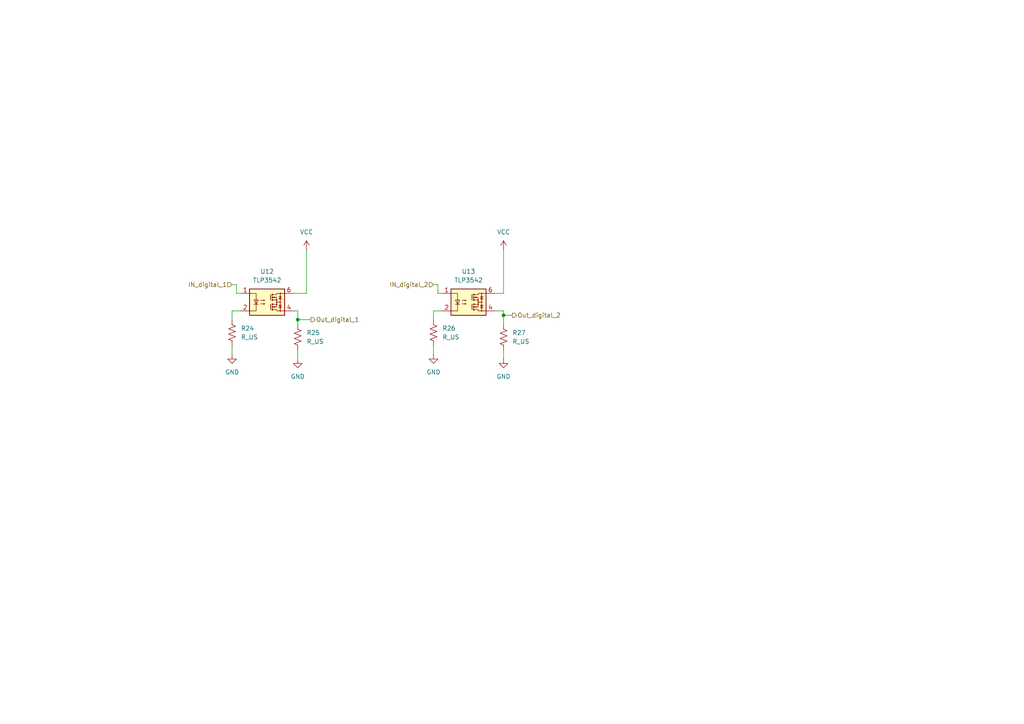
<source format=kicad_sch>
(kicad_sch
	(version 20250114)
	(generator "eeschema")
	(generator_version "9.0")
	(uuid "bc965983-ecd3-4360-b82c-6b4d211fc19c")
	(paper "A4")
	(lib_symbols
		(symbol "Device:R_US"
			(pin_numbers
				(hide yes)
			)
			(pin_names
				(offset 0)
			)
			(exclude_from_sim no)
			(in_bom yes)
			(on_board yes)
			(property "Reference" "R"
				(at 2.54 0 90)
				(effects
					(font
						(size 1.27 1.27)
					)
				)
			)
			(property "Value" "R_US"
				(at -2.54 0 90)
				(effects
					(font
						(size 1.27 1.27)
					)
				)
			)
			(property "Footprint" ""
				(at 1.016 -0.254 90)
				(effects
					(font
						(size 1.27 1.27)
					)
					(hide yes)
				)
			)
			(property "Datasheet" "~"
				(at 0 0 0)
				(effects
					(font
						(size 1.27 1.27)
					)
					(hide yes)
				)
			)
			(property "Description" "Resistor, US symbol"
				(at 0 0 0)
				(effects
					(font
						(size 1.27 1.27)
					)
					(hide yes)
				)
			)
			(property "ki_keywords" "R res resistor"
				(at 0 0 0)
				(effects
					(font
						(size 1.27 1.27)
					)
					(hide yes)
				)
			)
			(property "ki_fp_filters" "R_*"
				(at 0 0 0)
				(effects
					(font
						(size 1.27 1.27)
					)
					(hide yes)
				)
			)
			(symbol "R_US_0_1"
				(polyline
					(pts
						(xy 0 2.286) (xy 0 2.54)
					)
					(stroke
						(width 0)
						(type default)
					)
					(fill
						(type none)
					)
				)
				(polyline
					(pts
						(xy 0 2.286) (xy 1.016 1.905) (xy 0 1.524) (xy -1.016 1.143) (xy 0 0.762)
					)
					(stroke
						(width 0)
						(type default)
					)
					(fill
						(type none)
					)
				)
				(polyline
					(pts
						(xy 0 0.762) (xy 1.016 0.381) (xy 0 0) (xy -1.016 -0.381) (xy 0 -0.762)
					)
					(stroke
						(width 0)
						(type default)
					)
					(fill
						(type none)
					)
				)
				(polyline
					(pts
						(xy 0 -0.762) (xy 1.016 -1.143) (xy 0 -1.524) (xy -1.016 -1.905) (xy 0 -2.286)
					)
					(stroke
						(width 0)
						(type default)
					)
					(fill
						(type none)
					)
				)
				(polyline
					(pts
						(xy 0 -2.286) (xy 0 -2.54)
					)
					(stroke
						(width 0)
						(type default)
					)
					(fill
						(type none)
					)
				)
			)
			(symbol "R_US_1_1"
				(pin passive line
					(at 0 3.81 270)
					(length 1.27)
					(name "~"
						(effects
							(font
								(size 1.27 1.27)
							)
						)
					)
					(number "1"
						(effects
							(font
								(size 1.27 1.27)
							)
						)
					)
				)
				(pin passive line
					(at 0 -3.81 90)
					(length 1.27)
					(name "~"
						(effects
							(font
								(size 1.27 1.27)
							)
						)
					)
					(number "2"
						(effects
							(font
								(size 1.27 1.27)
							)
						)
					)
				)
			)
			(embedded_fonts no)
		)
		(symbol "Relay_SolidState:TLP3542"
			(exclude_from_sim no)
			(in_bom yes)
			(on_board yes)
			(property "Reference" "U"
				(at -3.81 5.08 0)
				(effects
					(font
						(size 1.27 1.27)
					)
				)
			)
			(property "Value" "TLP3542"
				(at -1.27 -5.08 0)
				(effects
					(font
						(size 1.27 1.27)
					)
				)
			)
			(property "Footprint" "Package_DIP:DIP-5-6_W7.62mm"
				(at 0 -7.62 0)
				(effects
					(font
						(size 1.27 1.27)
					)
					(hide yes)
				)
			)
			(property "Datasheet" "https://toshiba.semicon-storage.com/info/docget.jsp?did=1284&prodName=TLP3542"
				(at 0 0 0)
				(effects
					(font
						(size 1.27 1.27)
					)
					(hide yes)
				)
			)
			(property "Description" "Photo MOSFET optically coupled, ON 4A, 50mohm, OFF state 20V, Isolation 2500 VRMS, DIP-5-6"
				(at 0 0 0)
				(effects
					(font
						(size 1.27 1.27)
					)
					(hide yes)
				)
			)
			(property "ki_keywords" "photocouplers photorelay solidstate relay normally opened (1-Form-A)"
				(at 0 0 0)
				(effects
					(font
						(size 1.27 1.27)
					)
					(hide yes)
				)
			)
			(property "ki_fp_filters" "DIP*W7.62mm*"
				(at 0 0 0)
				(effects
					(font
						(size 1.27 1.27)
					)
					(hide yes)
				)
			)
			(symbol "TLP3542_0_1"
				(rectangle
					(start -5.08 3.81)
					(end 5.08 -3.81)
					(stroke
						(width 0.254)
						(type default)
					)
					(fill
						(type background)
					)
				)
				(polyline
					(pts
						(xy -5.08 2.54) (xy -3.175 2.54) (xy -3.175 -2.54) (xy -5.08 -2.54)
					)
					(stroke
						(width 0)
						(type default)
					)
					(fill
						(type none)
					)
				)
				(polyline
					(pts
						(xy -3.81 -0.635) (xy -2.54 -0.635)
					)
					(stroke
						(width 0)
						(type default)
					)
					(fill
						(type none)
					)
				)
				(polyline
					(pts
						(xy -3.175 -0.635) (xy -3.81 0.635) (xy -2.54 0.635) (xy -3.175 -0.635)
					)
					(stroke
						(width 0)
						(type default)
					)
					(fill
						(type none)
					)
				)
				(polyline
					(pts
						(xy -1.905 0.508) (xy -0.635 0.508) (xy -1.016 0.381) (xy -1.016 0.635) (xy -0.635 0.508)
					)
					(stroke
						(width 0)
						(type default)
					)
					(fill
						(type none)
					)
				)
				(polyline
					(pts
						(xy -1.905 -0.508) (xy -0.635 -0.508) (xy -1.016 -0.635) (xy -1.016 -0.381) (xy -0.635 -0.508)
					)
					(stroke
						(width 0)
						(type default)
					)
					(fill
						(type none)
					)
				)
				(polyline
					(pts
						(xy 1.016 2.159) (xy 1.016 0.635)
					)
					(stroke
						(width 0.2032)
						(type default)
					)
					(fill
						(type none)
					)
				)
				(polyline
					(pts
						(xy 1.016 -0.635) (xy 1.016 -2.159)
					)
					(stroke
						(width 0.2032)
						(type default)
					)
					(fill
						(type none)
					)
				)
				(polyline
					(pts
						(xy 1.524 2.286) (xy 1.524 2.032) (xy 1.524 2.032)
					)
					(stroke
						(width 0.3556)
						(type default)
					)
					(fill
						(type none)
					)
				)
				(polyline
					(pts
						(xy 1.524 1.524) (xy 1.524 1.27) (xy 1.524 1.27)
					)
					(stroke
						(width 0.3556)
						(type default)
					)
					(fill
						(type none)
					)
				)
				(polyline
					(pts
						(xy 1.524 0.762) (xy 1.524 0.508) (xy 1.524 0.508)
					)
					(stroke
						(width 0.3556)
						(type default)
					)
					(fill
						(type none)
					)
				)
				(polyline
					(pts
						(xy 1.524 -0.508) (xy 1.524 -0.762)
					)
					(stroke
						(width 0.3556)
						(type default)
					)
					(fill
						(type none)
					)
				)
				(polyline
					(pts
						(xy 1.524 -1.27) (xy 1.524 -1.524) (xy 1.524 -1.524)
					)
					(stroke
						(width 0.3556)
						(type default)
					)
					(fill
						(type none)
					)
				)
				(polyline
					(pts
						(xy 1.524 -2.032) (xy 1.524 -2.286) (xy 1.524 -2.286)
					)
					(stroke
						(width 0.3556)
						(type default)
					)
					(fill
						(type none)
					)
				)
				(polyline
					(pts
						(xy 1.651 2.159) (xy 2.794 2.159) (xy 2.794 2.54) (xy 5.08 2.54)
					)
					(stroke
						(width 0)
						(type default)
					)
					(fill
						(type none)
					)
				)
				(polyline
					(pts
						(xy 1.651 1.397) (xy 2.794 1.397) (xy 2.794 0.635)
					)
					(stroke
						(width 0)
						(type default)
					)
					(fill
						(type none)
					)
				)
				(polyline
					(pts
						(xy 1.651 -0.635) (xy 2.794 -0.635) (xy 2.794 0.635) (xy 1.651 0.635)
					)
					(stroke
						(width 0)
						(type default)
					)
					(fill
						(type none)
					)
				)
				(polyline
					(pts
						(xy 1.651 -1.397) (xy 2.794 -1.397) (xy 2.794 -0.635)
					)
					(stroke
						(width 0)
						(type default)
					)
					(fill
						(type none)
					)
				)
				(polyline
					(pts
						(xy 1.651 -2.159) (xy 2.794 -2.159) (xy 2.794 -2.54) (xy 5.08 -2.54)
					)
					(stroke
						(width 0)
						(type default)
					)
					(fill
						(type none)
					)
				)
				(polyline
					(pts
						(xy 1.778 1.397) (xy 2.286 1.524) (xy 2.286 1.27) (xy 1.778 1.397)
					)
					(stroke
						(width 0)
						(type default)
					)
					(fill
						(type none)
					)
				)
				(polyline
					(pts
						(xy 1.778 -1.397) (xy 2.286 -1.27) (xy 2.286 -1.524) (xy 1.778 -1.397)
					)
					(stroke
						(width 0)
						(type default)
					)
					(fill
						(type none)
					)
				)
				(circle
					(center 2.794 0.635)
					(radius 0.127)
					(stroke
						(width 0)
						(type default)
					)
					(fill
						(type none)
					)
				)
				(polyline
					(pts
						(xy 2.794 0) (xy 3.81 0)
					)
					(stroke
						(width 0)
						(type default)
					)
					(fill
						(type none)
					)
				)
				(circle
					(center 2.794 0)
					(radius 0.127)
					(stroke
						(width 0)
						(type default)
					)
					(fill
						(type none)
					)
				)
				(circle
					(center 2.794 -0.635)
					(radius 0.127)
					(stroke
						(width 0)
						(type default)
					)
					(fill
						(type none)
					)
				)
				(polyline
					(pts
						(xy 3.429 1.651) (xy 4.191 1.651)
					)
					(stroke
						(width 0)
						(type default)
					)
					(fill
						(type none)
					)
				)
				(polyline
					(pts
						(xy 3.429 -1.651) (xy 4.191 -1.651)
					)
					(stroke
						(width 0)
						(type default)
					)
					(fill
						(type none)
					)
				)
				(circle
					(center 3.81 2.54)
					(radius 0.127)
					(stroke
						(width 0)
						(type default)
					)
					(fill
						(type none)
					)
				)
				(polyline
					(pts
						(xy 3.81 1.651) (xy 3.429 0.889) (xy 4.191 0.889) (xy 3.81 1.651)
					)
					(stroke
						(width 0)
						(type default)
					)
					(fill
						(type none)
					)
				)
				(circle
					(center 3.81 0)
					(radius 0.127)
					(stroke
						(width 0)
						(type default)
					)
					(fill
						(type none)
					)
				)
				(polyline
					(pts
						(xy 3.81 -1.651) (xy 3.429 -0.889) (xy 4.191 -0.889) (xy 3.81 -1.651)
					)
					(stroke
						(width 0)
						(type default)
					)
					(fill
						(type none)
					)
				)
				(polyline
					(pts
						(xy 3.81 -2.54) (xy 3.81 2.54)
					)
					(stroke
						(width 0)
						(type default)
					)
					(fill
						(type none)
					)
				)
				(circle
					(center 3.81 -2.54)
					(radius 0.127)
					(stroke
						(width 0)
						(type default)
					)
					(fill
						(type none)
					)
				)
			)
			(symbol "TLP3542_1_1"
				(pin passive line
					(at -7.62 2.54 0)
					(length 2.54)
					(name "~"
						(effects
							(font
								(size 1.27 1.27)
							)
						)
					)
					(number "1"
						(effects
							(font
								(size 1.27 1.27)
							)
						)
					)
				)
				(pin passive line
					(at -7.62 -2.54 0)
					(length 2.54)
					(name "~"
						(effects
							(font
								(size 1.27 1.27)
							)
						)
					)
					(number "2"
						(effects
							(font
								(size 1.27 1.27)
							)
						)
					)
				)
				(pin no_connect line
					(at -5.08 0 0)
					(length 2.54)
					(hide yes)
					(name "~"
						(effects
							(font
								(size 1.27 1.27)
							)
						)
					)
					(number "3"
						(effects
							(font
								(size 1.27 1.27)
							)
						)
					)
				)
				(pin passive line
					(at 7.62 2.54 180)
					(length 2.54)
					(name "~"
						(effects
							(font
								(size 1.27 1.27)
							)
						)
					)
					(number "6"
						(effects
							(font
								(size 1.27 1.27)
							)
						)
					)
				)
				(pin passive line
					(at 7.62 -2.54 180)
					(length 2.54)
					(name "~"
						(effects
							(font
								(size 1.27 1.27)
							)
						)
					)
					(number "4"
						(effects
							(font
								(size 1.27 1.27)
							)
						)
					)
				)
			)
			(embedded_fonts no)
		)
		(symbol "power:GND"
			(power)
			(pin_numbers
				(hide yes)
			)
			(pin_names
				(offset 0)
				(hide yes)
			)
			(exclude_from_sim no)
			(in_bom yes)
			(on_board yes)
			(property "Reference" "#PWR"
				(at 0 -6.35 0)
				(effects
					(font
						(size 1.27 1.27)
					)
					(hide yes)
				)
			)
			(property "Value" "GND"
				(at 0 -3.81 0)
				(effects
					(font
						(size 1.27 1.27)
					)
				)
			)
			(property "Footprint" ""
				(at 0 0 0)
				(effects
					(font
						(size 1.27 1.27)
					)
					(hide yes)
				)
			)
			(property "Datasheet" ""
				(at 0 0 0)
				(effects
					(font
						(size 1.27 1.27)
					)
					(hide yes)
				)
			)
			(property "Description" "Power symbol creates a global label with name \"GND\" , ground"
				(at 0 0 0)
				(effects
					(font
						(size 1.27 1.27)
					)
					(hide yes)
				)
			)
			(property "ki_keywords" "global power"
				(at 0 0 0)
				(effects
					(font
						(size 1.27 1.27)
					)
					(hide yes)
				)
			)
			(symbol "GND_0_1"
				(polyline
					(pts
						(xy 0 0) (xy 0 -1.27) (xy 1.27 -1.27) (xy 0 -2.54) (xy -1.27 -1.27) (xy 0 -1.27)
					)
					(stroke
						(width 0)
						(type default)
					)
					(fill
						(type none)
					)
				)
			)
			(symbol "GND_1_1"
				(pin power_in line
					(at 0 0 270)
					(length 0)
					(name "~"
						(effects
							(font
								(size 1.27 1.27)
							)
						)
					)
					(number "1"
						(effects
							(font
								(size 1.27 1.27)
							)
						)
					)
				)
			)
			(embedded_fonts no)
		)
		(symbol "power:VCC"
			(power)
			(pin_numbers
				(hide yes)
			)
			(pin_names
				(offset 0)
				(hide yes)
			)
			(exclude_from_sim no)
			(in_bom yes)
			(on_board yes)
			(property "Reference" "#PWR"
				(at 0 -3.81 0)
				(effects
					(font
						(size 1.27 1.27)
					)
					(hide yes)
				)
			)
			(property "Value" "VCC"
				(at 0 3.556 0)
				(effects
					(font
						(size 1.27 1.27)
					)
				)
			)
			(property "Footprint" ""
				(at 0 0 0)
				(effects
					(font
						(size 1.27 1.27)
					)
					(hide yes)
				)
			)
			(property "Datasheet" ""
				(at 0 0 0)
				(effects
					(font
						(size 1.27 1.27)
					)
					(hide yes)
				)
			)
			(property "Description" "Power symbol creates a global label with name \"VCC\""
				(at 0 0 0)
				(effects
					(font
						(size 1.27 1.27)
					)
					(hide yes)
				)
			)
			(property "ki_keywords" "global power"
				(at 0 0 0)
				(effects
					(font
						(size 1.27 1.27)
					)
					(hide yes)
				)
			)
			(symbol "VCC_0_1"
				(polyline
					(pts
						(xy -0.762 1.27) (xy 0 2.54)
					)
					(stroke
						(width 0)
						(type default)
					)
					(fill
						(type none)
					)
				)
				(polyline
					(pts
						(xy 0 2.54) (xy 0.762 1.27)
					)
					(stroke
						(width 0)
						(type default)
					)
					(fill
						(type none)
					)
				)
				(polyline
					(pts
						(xy 0 0) (xy 0 2.54)
					)
					(stroke
						(width 0)
						(type default)
					)
					(fill
						(type none)
					)
				)
			)
			(symbol "VCC_1_1"
				(pin power_in line
					(at 0 0 90)
					(length 0)
					(name "~"
						(effects
							(font
								(size 1.27 1.27)
							)
						)
					)
					(number "1"
						(effects
							(font
								(size 1.27 1.27)
							)
						)
					)
				)
			)
			(embedded_fonts no)
		)
	)
	(junction
		(at 146.05 91.44)
		(diameter 0)
		(color 0 0 0 0)
		(uuid "91f25a4d-1d5f-45f9-9dde-232fd1b303df")
	)
	(junction
		(at 86.36 92.71)
		(diameter 0)
		(color 0 0 0 0)
		(uuid "efcc1aac-a562-4853-ab88-6fbd3e980274")
	)
	(wire
		(pts
			(xy 68.58 85.09) (xy 68.58 82.55)
		)
		(stroke
			(width 0)
			(type default)
		)
		(uuid "02ca302a-d54c-42d7-86bd-d90cd6f9efd6")
	)
	(wire
		(pts
			(xy 69.85 90.17) (xy 67.31 90.17)
		)
		(stroke
			(width 0)
			(type default)
		)
		(uuid "039e583a-4ffa-4d0f-b698-b3cd295bdabb")
	)
	(wire
		(pts
			(xy 67.31 90.17) (xy 67.31 92.71)
		)
		(stroke
			(width 0)
			(type default)
		)
		(uuid "0bd21abf-4ad8-4b23-84b8-1b6d66dd344a")
	)
	(wire
		(pts
			(xy 127 85.09) (xy 128.27 85.09)
		)
		(stroke
			(width 0)
			(type default)
		)
		(uuid "0dbf4d0b-74ba-4b6b-aa6f-3fef2f4b3d2d")
	)
	(wire
		(pts
			(xy 146.05 91.44) (xy 148.59 91.44)
		)
		(stroke
			(width 0)
			(type default)
		)
		(uuid "1b515552-3999-44e7-bf60-47fbce9b0333")
	)
	(wire
		(pts
			(xy 146.05 101.6) (xy 146.05 104.14)
		)
		(stroke
			(width 0)
			(type default)
		)
		(uuid "1b546afb-afd9-418b-bbb9-46cc57c9ba4c")
	)
	(wire
		(pts
			(xy 86.36 90.17) (xy 85.09 90.17)
		)
		(stroke
			(width 0)
			(type default)
		)
		(uuid "2f9ff5d3-8a04-4d59-8105-21c33453a184")
	)
	(wire
		(pts
			(xy 127 82.55) (xy 125.73 82.55)
		)
		(stroke
			(width 0)
			(type default)
		)
		(uuid "31ee3315-95f6-4edd-b909-82362189a092")
	)
	(wire
		(pts
			(xy 143.51 85.09) (xy 146.05 85.09)
		)
		(stroke
			(width 0)
			(type default)
		)
		(uuid "3868db55-4101-4323-98b9-b5ba62543bae")
	)
	(wire
		(pts
			(xy 146.05 91.44) (xy 146.05 93.98)
		)
		(stroke
			(width 0)
			(type default)
		)
		(uuid "39007a92-9e8e-4ac9-ab56-d5af4713787a")
	)
	(wire
		(pts
			(xy 90.17 92.71) (xy 86.36 92.71)
		)
		(stroke
			(width 0)
			(type default)
		)
		(uuid "3a1281e6-a523-4913-9f01-c6639d13d188")
	)
	(wire
		(pts
			(xy 68.58 85.09) (xy 69.85 85.09)
		)
		(stroke
			(width 0)
			(type default)
		)
		(uuid "4039276a-7739-43e3-a9e3-134c49c8c693")
	)
	(wire
		(pts
			(xy 67.31 100.33) (xy 67.31 102.87)
		)
		(stroke
			(width 0)
			(type default)
		)
		(uuid "4eeaa5f6-3547-4eb3-8404-9187a48a8b81")
	)
	(wire
		(pts
			(xy 127 85.09) (xy 127 82.55)
		)
		(stroke
			(width 0)
			(type default)
		)
		(uuid "5b6e3307-0e70-4685-b153-9c8205ac7977")
	)
	(wire
		(pts
			(xy 68.58 82.55) (xy 67.31 82.55)
		)
		(stroke
			(width 0)
			(type default)
		)
		(uuid "5fe17041-90a7-4bd1-8658-4f3566852975")
	)
	(wire
		(pts
			(xy 86.36 92.71) (xy 86.36 93.98)
		)
		(stroke
			(width 0)
			(type default)
		)
		(uuid "623601a4-f2ef-4afb-a6be-052ccaa2dd4d")
	)
	(wire
		(pts
			(xy 88.9 72.39) (xy 88.9 85.09)
		)
		(stroke
			(width 0)
			(type default)
		)
		(uuid "972615e1-f9ed-482d-9b08-87bb1beffc12")
	)
	(wire
		(pts
			(xy 88.9 85.09) (xy 85.09 85.09)
		)
		(stroke
			(width 0)
			(type default)
		)
		(uuid "98cc917f-8ff8-461f-a64a-b2e882eb0683")
	)
	(wire
		(pts
			(xy 146.05 85.09) (xy 146.05 72.39)
		)
		(stroke
			(width 0)
			(type default)
		)
		(uuid "bc92c04a-cae6-41bc-a041-85999cbf8dc3")
	)
	(wire
		(pts
			(xy 146.05 90.17) (xy 143.51 90.17)
		)
		(stroke
			(width 0)
			(type default)
		)
		(uuid "cbd3117b-4aa0-4dd1-a9f9-2ece54239283")
	)
	(wire
		(pts
			(xy 146.05 90.17) (xy 146.05 91.44)
		)
		(stroke
			(width 0)
			(type default)
		)
		(uuid "cc621a0f-e04f-4009-8d1b-f836b6e211c1")
	)
	(wire
		(pts
			(xy 86.36 92.71) (xy 86.36 90.17)
		)
		(stroke
			(width 0)
			(type default)
		)
		(uuid "d38c2879-4e99-4b89-9917-af06a5dba29f")
	)
	(wire
		(pts
			(xy 128.27 90.17) (xy 125.73 90.17)
		)
		(stroke
			(width 0)
			(type default)
		)
		(uuid "e93ca5bc-9aef-45cb-9145-38a791412c13")
	)
	(wire
		(pts
			(xy 125.73 100.33) (xy 125.73 102.87)
		)
		(stroke
			(width 0)
			(type default)
		)
		(uuid "eb876fe5-3232-4494-80b2-9a8c5989a48c")
	)
	(wire
		(pts
			(xy 86.36 101.6) (xy 86.36 104.14)
		)
		(stroke
			(width 0)
			(type default)
		)
		(uuid "f0e00c6c-b416-4cd9-a443-4a57747c266c")
	)
	(wire
		(pts
			(xy 125.73 90.17) (xy 125.73 92.71)
		)
		(stroke
			(width 0)
			(type default)
		)
		(uuid "fbaa9e83-4a03-41ea-b27f-93b842e747d9")
	)
	(hierarchical_label "IN_digital_2"
		(shape input)
		(at 125.73 82.55 180)
		(effects
			(font
				(size 1.27 1.27)
			)
			(justify right)
		)
		(uuid "06dfb357-110e-42fc-996f-4476e905cdbf")
	)
	(hierarchical_label "IN_digital_1"
		(shape input)
		(at 67.31 82.55 180)
		(effects
			(font
				(size 1.27 1.27)
			)
			(justify right)
		)
		(uuid "489be755-8bd2-49a7-8ae1-63cae46890f5")
	)
	(hierarchical_label "Out_digital_2"
		(shape output)
		(at 148.59 91.44 0)
		(effects
			(font
				(size 1.27 1.27)
			)
			(justify left)
		)
		(uuid "5a2e8881-c3e4-465f-b6e2-efe83f9a4ceb")
	)
	(hierarchical_label "Out_digital_1"
		(shape output)
		(at 90.17 92.71 0)
		(effects
			(font
				(size 1.27 1.27)
			)
			(justify left)
		)
		(uuid "6b190943-5f8f-4f98-8266-17a064e7669e")
	)
	(symbol
		(lib_id "Device:R_US")
		(at 125.73 96.52 0)
		(unit 1)
		(exclude_from_sim no)
		(in_bom yes)
		(on_board yes)
		(dnp no)
		(fields_autoplaced yes)
		(uuid "12fff364-49bf-4372-aa99-1cec9a38eee6")
		(property "Reference" "R26"
			(at 128.27 95.2499 0)
			(effects
				(font
					(size 1.27 1.27)
				)
				(justify left)
			)
		)
		(property "Value" "R_US"
			(at 128.27 97.7899 0)
			(effects
				(font
					(size 1.27 1.27)
				)
				(justify left)
			)
		)
		(property "Footprint" "Resistor_SMD:R_0603_1608Metric"
			(at 126.746 96.774 90)
			(effects
				(font
					(size 1.27 1.27)
				)
				(hide yes)
			)
		)
		(property "Datasheet" "~"
			(at 125.73 96.52 0)
			(effects
				(font
					(size 1.27 1.27)
				)
				(hide yes)
			)
		)
		(property "Description" "Resistor, US symbol"
			(at 125.73 96.52 0)
			(effects
				(font
					(size 1.27 1.27)
				)
				(hide yes)
			)
		)
		(pin "2"
			(uuid "fa9d382e-6f7a-49a1-87df-d2140472815d")
		)
		(pin "1"
			(uuid "bee08bc2-a376-48ca-afb7-90aaec185823")
		)
		(instances
			(project "ZorionX-Nivara"
				(path "/ae5c9891-8291-492e-8a61-8ac340267b67/d47eca49-96e4-4138-8979-47bb60019f67/3d176eaa-3676-41d3-89f3-29854437171e"
					(reference "R26")
					(unit 1)
				)
			)
		)
	)
	(symbol
		(lib_id "Device:R_US")
		(at 86.36 97.79 0)
		(unit 1)
		(exclude_from_sim no)
		(in_bom yes)
		(on_board yes)
		(dnp no)
		(fields_autoplaced yes)
		(uuid "3280a795-fd13-4c6a-b8af-fc7773546d7e")
		(property "Reference" "R25"
			(at 88.9 96.5199 0)
			(effects
				(font
					(size 1.27 1.27)
				)
				(justify left)
			)
		)
		(property "Value" "R_US"
			(at 88.9 99.0599 0)
			(effects
				(font
					(size 1.27 1.27)
				)
				(justify left)
			)
		)
		(property "Footprint" "Resistor_SMD:R_0603_1608Metric"
			(at 87.376 98.044 90)
			(effects
				(font
					(size 1.27 1.27)
				)
				(hide yes)
			)
		)
		(property "Datasheet" "~"
			(at 86.36 97.79 0)
			(effects
				(font
					(size 1.27 1.27)
				)
				(hide yes)
			)
		)
		(property "Description" "Resistor, US symbol"
			(at 86.36 97.79 0)
			(effects
				(font
					(size 1.27 1.27)
				)
				(hide yes)
			)
		)
		(pin "2"
			(uuid "bb412d9c-7e09-4247-b8e8-7fa913ba59df")
		)
		(pin "1"
			(uuid "35ce4a49-ee6a-4c23-8298-871866c4a578")
		)
		(instances
			(project "ZorionX-Nivara"
				(path "/ae5c9891-8291-492e-8a61-8ac340267b67/d47eca49-96e4-4138-8979-47bb60019f67/3d176eaa-3676-41d3-89f3-29854437171e"
					(reference "R25")
					(unit 1)
				)
			)
		)
	)
	(symbol
		(lib_id "Relay_SolidState:TLP3542")
		(at 135.89 87.63 0)
		(unit 1)
		(exclude_from_sim no)
		(in_bom yes)
		(on_board yes)
		(dnp no)
		(fields_autoplaced yes)
		(uuid "4a6580ac-eeea-47bc-bcf3-69e28b87d8f8")
		(property "Reference" "U13"
			(at 135.89 78.74 0)
			(effects
				(font
					(size 1.27 1.27)
				)
			)
		)
		(property "Value" "TLP3542"
			(at 135.89 81.28 0)
			(effects
				(font
					(size 1.27 1.27)
				)
			)
		)
		(property "Footprint" "Package_SO:SOP-4_3.8x4.1mm_P2.54mm"
			(at 135.89 95.25 0)
			(effects
				(font
					(size 1.27 1.27)
				)
				(hide yes)
			)
		)
		(property "Datasheet" "https://toshiba.semicon-storage.com/info/docget.jsp?did=1284&prodName=TLP3542"
			(at 135.89 87.63 0)
			(effects
				(font
					(size 1.27 1.27)
				)
				(hide yes)
			)
		)
		(property "Description" "Photo MOSFET optically coupled, ON 4A, 50mohm, OFF state 20V, Isolation 2500 VRMS, DIP-5-6"
			(at 135.89 87.63 0)
			(effects
				(font
					(size 1.27 1.27)
				)
				(hide yes)
			)
		)
		(pin "3"
			(uuid "82f870f3-abc4-42ed-8a58-8dbc24723cc6")
		)
		(pin "2"
			(uuid "49fecb79-2db1-42bf-906b-bed242d7dca8")
		)
		(pin "4"
			(uuid "9903f68f-3731-4063-83f2-f7971d358e3d")
		)
		(pin "6"
			(uuid "52e47aeb-0797-4037-ad05-b5366f65ff36")
		)
		(pin "1"
			(uuid "34bf11a6-ef5b-470b-bbe0-57fb84ca089e")
		)
		(instances
			(project "ZorionX-Nivara"
				(path "/ae5c9891-8291-492e-8a61-8ac340267b67/d47eca49-96e4-4138-8979-47bb60019f67/3d176eaa-3676-41d3-89f3-29854437171e"
					(reference "U13")
					(unit 1)
				)
			)
		)
	)
	(symbol
		(lib_id "Relay_SolidState:TLP3542")
		(at 77.47 87.63 0)
		(unit 1)
		(exclude_from_sim no)
		(in_bom yes)
		(on_board yes)
		(dnp no)
		(fields_autoplaced yes)
		(uuid "51632b34-78e1-40e2-86dc-072090bffcdf")
		(property "Reference" "U12"
			(at 77.47 78.74 0)
			(effects
				(font
					(size 1.27 1.27)
				)
			)
		)
		(property "Value" "TLP3542"
			(at 77.47 81.28 0)
			(effects
				(font
					(size 1.27 1.27)
				)
			)
		)
		(property "Footprint" "Package_SO:SOP-4_3.8x4.1mm_P2.54mm"
			(at 77.47 95.25 0)
			(effects
				(font
					(size 1.27 1.27)
				)
				(hide yes)
			)
		)
		(property "Datasheet" "https://toshiba.semicon-storage.com/info/docget.jsp?did=1284&prodName=TLP3542"
			(at 77.47 87.63 0)
			(effects
				(font
					(size 1.27 1.27)
				)
				(hide yes)
			)
		)
		(property "Description" "Photo MOSFET optically coupled, ON 4A, 50mohm, OFF state 20V, Isolation 2500 VRMS, DIP-5-6"
			(at 77.47 87.63 0)
			(effects
				(font
					(size 1.27 1.27)
				)
				(hide yes)
			)
		)
		(pin "3"
			(uuid "3d59c9ce-2f4a-4132-bb62-07bc7efaa25f")
		)
		(pin "2"
			(uuid "02c75011-efbe-4e78-9093-31b305450cfe")
		)
		(pin "4"
			(uuid "07a92d8f-c521-4f5c-a724-65540d0ad4da")
		)
		(pin "6"
			(uuid "b9f50c62-1e69-4da9-afb3-900f4bb903d8")
		)
		(pin "1"
			(uuid "1c45cc4e-0a85-4427-9d4b-67d27480bf6e")
		)
		(instances
			(project "ZorionX-Nivara"
				(path "/ae5c9891-8291-492e-8a61-8ac340267b67/d47eca49-96e4-4138-8979-47bb60019f67/3d176eaa-3676-41d3-89f3-29854437171e"
					(reference "U12")
					(unit 1)
				)
			)
		)
	)
	(symbol
		(lib_id "Device:R_US")
		(at 146.05 97.79 0)
		(unit 1)
		(exclude_from_sim no)
		(in_bom yes)
		(on_board yes)
		(dnp no)
		(fields_autoplaced yes)
		(uuid "6e8a5c97-fed4-435b-8c6f-70304971b77b")
		(property "Reference" "R27"
			(at 148.59 96.5199 0)
			(effects
				(font
					(size 1.27 1.27)
				)
				(justify left)
			)
		)
		(property "Value" "R_US"
			(at 148.59 99.0599 0)
			(effects
				(font
					(size 1.27 1.27)
				)
				(justify left)
			)
		)
		(property "Footprint" "Resistor_SMD:R_0603_1608Metric"
			(at 147.066 98.044 90)
			(effects
				(font
					(size 1.27 1.27)
				)
				(hide yes)
			)
		)
		(property "Datasheet" "~"
			(at 146.05 97.79 0)
			(effects
				(font
					(size 1.27 1.27)
				)
				(hide yes)
			)
		)
		(property "Description" "Resistor, US symbol"
			(at 146.05 97.79 0)
			(effects
				(font
					(size 1.27 1.27)
				)
				(hide yes)
			)
		)
		(pin "2"
			(uuid "e419a9ff-f3ff-4de2-b0cc-6256052b7c66")
		)
		(pin "1"
			(uuid "f26281e7-3cf8-4fa0-aa2a-bea4122d60df")
		)
		(instances
			(project "ZorionX-Nivara"
				(path "/ae5c9891-8291-492e-8a61-8ac340267b67/d47eca49-96e4-4138-8979-47bb60019f67/3d176eaa-3676-41d3-89f3-29854437171e"
					(reference "R27")
					(unit 1)
				)
			)
		)
	)
	(symbol
		(lib_id "power:GND")
		(at 86.36 104.14 0)
		(unit 1)
		(exclude_from_sim no)
		(in_bom yes)
		(on_board yes)
		(dnp no)
		(fields_autoplaced yes)
		(uuid "7fd340c6-e177-44de-8f50-45445c522e25")
		(property "Reference" "#PWR049"
			(at 86.36 110.49 0)
			(effects
				(font
					(size 1.27 1.27)
				)
				(hide yes)
			)
		)
		(property "Value" "GND"
			(at 86.36 109.22 0)
			(effects
				(font
					(size 1.27 1.27)
				)
			)
		)
		(property "Footprint" ""
			(at 86.36 104.14 0)
			(effects
				(font
					(size 1.27 1.27)
				)
				(hide yes)
			)
		)
		(property "Datasheet" ""
			(at 86.36 104.14 0)
			(effects
				(font
					(size 1.27 1.27)
				)
				(hide yes)
			)
		)
		(property "Description" "Power symbol creates a global label with name \"GND\" , ground"
			(at 86.36 104.14 0)
			(effects
				(font
					(size 1.27 1.27)
				)
				(hide yes)
			)
		)
		(pin "1"
			(uuid "88db2115-300c-4a98-ae12-d14f0ce7be9e")
		)
		(instances
			(project "ZorionX-Nivara"
				(path "/ae5c9891-8291-492e-8a61-8ac340267b67/d47eca49-96e4-4138-8979-47bb60019f67/3d176eaa-3676-41d3-89f3-29854437171e"
					(reference "#PWR049")
					(unit 1)
				)
			)
		)
	)
	(symbol
		(lib_id "power:GND")
		(at 67.31 102.87 0)
		(unit 1)
		(exclude_from_sim no)
		(in_bom yes)
		(on_board yes)
		(dnp no)
		(fields_autoplaced yes)
		(uuid "90651925-5e7c-400a-9127-651f748e5ea1")
		(property "Reference" "#PWR048"
			(at 67.31 109.22 0)
			(effects
				(font
					(size 1.27 1.27)
				)
				(hide yes)
			)
		)
		(property "Value" "GND"
			(at 67.31 107.95 0)
			(effects
				(font
					(size 1.27 1.27)
				)
			)
		)
		(property "Footprint" ""
			(at 67.31 102.87 0)
			(effects
				(font
					(size 1.27 1.27)
				)
				(hide yes)
			)
		)
		(property "Datasheet" ""
			(at 67.31 102.87 0)
			(effects
				(font
					(size 1.27 1.27)
				)
				(hide yes)
			)
		)
		(property "Description" "Power symbol creates a global label with name \"GND\" , ground"
			(at 67.31 102.87 0)
			(effects
				(font
					(size 1.27 1.27)
				)
				(hide yes)
			)
		)
		(pin "1"
			(uuid "db0bde06-744a-4656-9fe0-0df484ea8e8c")
		)
		(instances
			(project "ZorionX-Nivara"
				(path "/ae5c9891-8291-492e-8a61-8ac340267b67/d47eca49-96e4-4138-8979-47bb60019f67/3d176eaa-3676-41d3-89f3-29854437171e"
					(reference "#PWR048")
					(unit 1)
				)
			)
		)
	)
	(symbol
		(lib_id "power:VCC")
		(at 146.05 72.39 0)
		(unit 1)
		(exclude_from_sim no)
		(in_bom yes)
		(on_board yes)
		(dnp no)
		(fields_autoplaced yes)
		(uuid "9541b269-ebdf-4552-8547-28fec76db281")
		(property "Reference" "#PWR052"
			(at 146.05 76.2 0)
			(effects
				(font
					(size 1.27 1.27)
				)
				(hide yes)
			)
		)
		(property "Value" "VCC"
			(at 146.05 67.31 0)
			(effects
				(font
					(size 1.27 1.27)
				)
			)
		)
		(property "Footprint" ""
			(at 146.05 72.39 0)
			(effects
				(font
					(size 1.27 1.27)
				)
				(hide yes)
			)
		)
		(property "Datasheet" ""
			(at 146.05 72.39 0)
			(effects
				(font
					(size 1.27 1.27)
				)
				(hide yes)
			)
		)
		(property "Description" "Power symbol creates a global label with name \"VCC\""
			(at 146.05 72.39 0)
			(effects
				(font
					(size 1.27 1.27)
				)
				(hide yes)
			)
		)
		(pin "1"
			(uuid "686595ad-1464-4566-8118-c5c2074791d5")
		)
		(instances
			(project "ZorionX-Nivara"
				(path "/ae5c9891-8291-492e-8a61-8ac340267b67/d47eca49-96e4-4138-8979-47bb60019f67/3d176eaa-3676-41d3-89f3-29854437171e"
					(reference "#PWR052")
					(unit 1)
				)
			)
		)
	)
	(symbol
		(lib_id "power:GND")
		(at 146.05 104.14 0)
		(unit 1)
		(exclude_from_sim no)
		(in_bom yes)
		(on_board yes)
		(dnp no)
		(fields_autoplaced yes)
		(uuid "df98437a-2796-4455-a963-63190950046e")
		(property "Reference" "#PWR053"
			(at 146.05 110.49 0)
			(effects
				(font
					(size 1.27 1.27)
				)
				(hide yes)
			)
		)
		(property "Value" "GND"
			(at 146.05 109.22 0)
			(effects
				(font
					(size 1.27 1.27)
				)
			)
		)
		(property "Footprint" ""
			(at 146.05 104.14 0)
			(effects
				(font
					(size 1.27 1.27)
				)
				(hide yes)
			)
		)
		(property "Datasheet" ""
			(at 146.05 104.14 0)
			(effects
				(font
					(size 1.27 1.27)
				)
				(hide yes)
			)
		)
		(property "Description" "Power symbol creates a global label with name \"GND\" , ground"
			(at 146.05 104.14 0)
			(effects
				(font
					(size 1.27 1.27)
				)
				(hide yes)
			)
		)
		(pin "1"
			(uuid "c937cca2-21e0-45ec-a615-5240d6ea445b")
		)
		(instances
			(project "ZorionX-Nivara"
				(path "/ae5c9891-8291-492e-8a61-8ac340267b67/d47eca49-96e4-4138-8979-47bb60019f67/3d176eaa-3676-41d3-89f3-29854437171e"
					(reference "#PWR053")
					(unit 1)
				)
			)
		)
	)
	(symbol
		(lib_id "Device:R_US")
		(at 67.31 96.52 0)
		(unit 1)
		(exclude_from_sim no)
		(in_bom yes)
		(on_board yes)
		(dnp no)
		(fields_autoplaced yes)
		(uuid "e7c634c0-7046-4565-acf0-3dca067e7efb")
		(property "Reference" "R24"
			(at 69.85 95.2499 0)
			(effects
				(font
					(size 1.27 1.27)
				)
				(justify left)
			)
		)
		(property "Value" "R_US"
			(at 69.85 97.7899 0)
			(effects
				(font
					(size 1.27 1.27)
				)
				(justify left)
			)
		)
		(property "Footprint" "Resistor_SMD:R_0603_1608Metric"
			(at 68.326 96.774 90)
			(effects
				(font
					(size 1.27 1.27)
				)
				(hide yes)
			)
		)
		(property "Datasheet" "~"
			(at 67.31 96.52 0)
			(effects
				(font
					(size 1.27 1.27)
				)
				(hide yes)
			)
		)
		(property "Description" "Resistor, US symbol"
			(at 67.31 96.52 0)
			(effects
				(font
					(size 1.27 1.27)
				)
				(hide yes)
			)
		)
		(pin "2"
			(uuid "8c421577-dd20-4653-8cff-88a356e7bee6")
		)
		(pin "1"
			(uuid "0ca4beb2-2e15-4f22-b7e1-7af315b076a8")
		)
		(instances
			(project "ZorionX-Nivara"
				(path "/ae5c9891-8291-492e-8a61-8ac340267b67/d47eca49-96e4-4138-8979-47bb60019f67/3d176eaa-3676-41d3-89f3-29854437171e"
					(reference "R24")
					(unit 1)
				)
			)
		)
	)
	(symbol
		(lib_id "power:GND")
		(at 125.73 102.87 0)
		(unit 1)
		(exclude_from_sim no)
		(in_bom yes)
		(on_board yes)
		(dnp no)
		(fields_autoplaced yes)
		(uuid "f4f990ea-6042-4335-b197-ff028038e6d6")
		(property "Reference" "#PWR051"
			(at 125.73 109.22 0)
			(effects
				(font
					(size 1.27 1.27)
				)
				(hide yes)
			)
		)
		(property "Value" "GND"
			(at 125.73 107.95 0)
			(effects
				(font
					(size 1.27 1.27)
				)
			)
		)
		(property "Footprint" ""
			(at 125.73 102.87 0)
			(effects
				(font
					(size 1.27 1.27)
				)
				(hide yes)
			)
		)
		(property "Datasheet" ""
			(at 125.73 102.87 0)
			(effects
				(font
					(size 1.27 1.27)
				)
				(hide yes)
			)
		)
		(property "Description" "Power symbol creates a global label with name \"GND\" , ground"
			(at 125.73 102.87 0)
			(effects
				(font
					(size 1.27 1.27)
				)
				(hide yes)
			)
		)
		(pin "1"
			(uuid "a3ab1bfb-ecf7-4803-bd92-8122dcbc49a6")
		)
		(instances
			(project "ZorionX-Nivara"
				(path "/ae5c9891-8291-492e-8a61-8ac340267b67/d47eca49-96e4-4138-8979-47bb60019f67/3d176eaa-3676-41d3-89f3-29854437171e"
					(reference "#PWR051")
					(unit 1)
				)
			)
		)
	)
	(symbol
		(lib_id "power:VCC")
		(at 88.9 72.39 0)
		(unit 1)
		(exclude_from_sim no)
		(in_bom yes)
		(on_board yes)
		(dnp no)
		(fields_autoplaced yes)
		(uuid "fd3afcd1-e07c-462f-8d35-eccca61e4490")
		(property "Reference" "#PWR050"
			(at 88.9 76.2 0)
			(effects
				(font
					(size 1.27 1.27)
				)
				(hide yes)
			)
		)
		(property "Value" "VCC"
			(at 88.9 67.31 0)
			(effects
				(font
					(size 1.27 1.27)
				)
			)
		)
		(property "Footprint" ""
			(at 88.9 72.39 0)
			(effects
				(font
					(size 1.27 1.27)
				)
				(hide yes)
			)
		)
		(property "Datasheet" ""
			(at 88.9 72.39 0)
			(effects
				(font
					(size 1.27 1.27)
				)
				(hide yes)
			)
		)
		(property "Description" "Power symbol creates a global label with name \"VCC\""
			(at 88.9 72.39 0)
			(effects
				(font
					(size 1.27 1.27)
				)
				(hide yes)
			)
		)
		(pin "1"
			(uuid "88b405b9-9773-4fb7-8810-a6666ff2dabb")
		)
		(instances
			(project "ZorionX-Nivara"
				(path "/ae5c9891-8291-492e-8a61-8ac340267b67/d47eca49-96e4-4138-8979-47bb60019f67/3d176eaa-3676-41d3-89f3-29854437171e"
					(reference "#PWR050")
					(unit 1)
				)
			)
		)
	)
)

</source>
